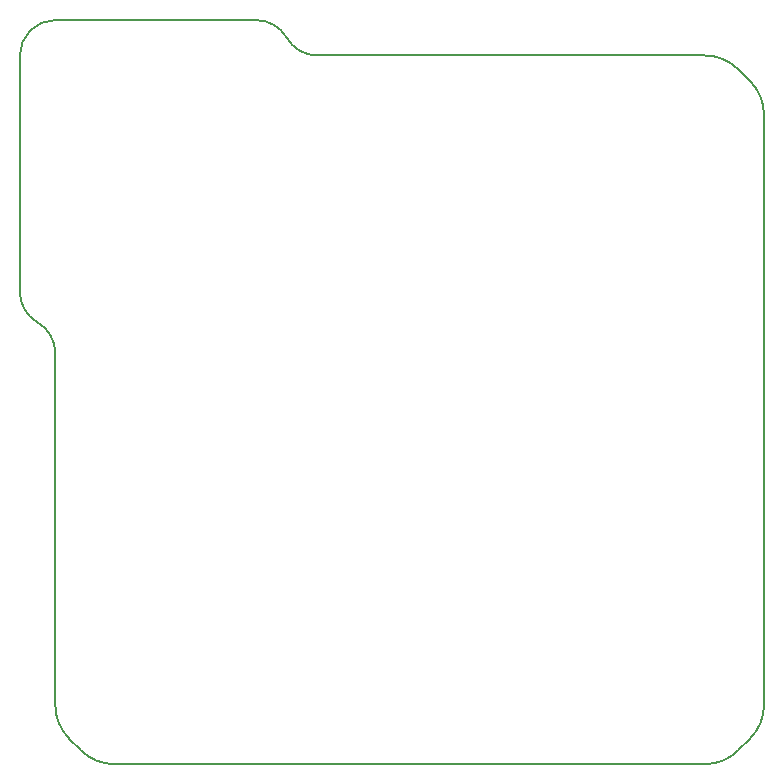
<source format=gbr>
%TF.GenerationSoftware,KiCad,Pcbnew,7.0.3*%
%TF.CreationDate,2023-06-20T13:58:59-06:00*%
%TF.ProjectId,macropad,6d616372-6f70-4616-942e-6b696361645f,rev?*%
%TF.SameCoordinates,Original*%
%TF.FileFunction,Profile,NP*%
%FSLAX46Y46*%
G04 Gerber Fmt 4.6, Leading zero omitted, Abs format (unit mm)*
G04 Created by KiCad (PCBNEW 7.0.3) date 2023-06-20 13:58:59*
%MOMM*%
%LPD*%
G01*
G04 APERTURE LIST*
%TA.AperFunction,Profile*%
%ADD10C,0.200000*%
%TD*%
G04 APERTURE END LIST*
D10*
X175593000Y-67380000D02*
X175593000Y-117380000D01*
X117764600Y-121208400D02*
X116764600Y-120208400D01*
X115593000Y-59380000D02*
G75*
G03*
X112593000Y-62380000I0J-3000000D01*
G01*
X174421400Y-120208400D02*
X173421400Y-121208400D01*
X112593000Y-82380000D02*
X112593000Y-62380000D01*
X117764573Y-121208427D02*
G75*
G03*
X120593000Y-122380000I2828427J2828427D01*
G01*
X170593000Y-122379999D02*
G75*
G03*
X173421426Y-121208426I0J3999999D01*
G01*
X135191076Y-60880000D02*
G75*
G03*
X132593000Y-59380000I-2598076J-1500000D01*
G01*
X170593000Y-122380000D02*
X120593000Y-122380000D01*
X135191025Y-60880028D02*
G75*
G03*
X137789150Y-62380000I2598175J1500228D01*
G01*
X115593000Y-117380000D02*
X115593000Y-87576150D01*
X173421400Y-63551600D02*
X174421400Y-64551600D01*
X173421427Y-63551573D02*
G75*
G03*
X170593000Y-62380000I-2828427J-2828427D01*
G01*
X115593000Y-59380000D02*
X132593000Y-59380000D01*
X115593006Y-87576150D02*
G75*
G03*
X114093000Y-84978074I-2999906J50D01*
G01*
X175592999Y-67380000D02*
G75*
G03*
X174421426Y-64551574I-3999999J0D01*
G01*
X112593001Y-82380000D02*
G75*
G03*
X114093000Y-84978075I2999999J0D01*
G01*
X115593001Y-117380000D02*
G75*
G03*
X116764574Y-120208426I3999999J0D01*
G01*
X174421427Y-120208427D02*
G75*
G03*
X175593000Y-117380000I-2828427J2828427D01*
G01*
X137789150Y-62380000D02*
X170593000Y-62380000D01*
M02*

</source>
